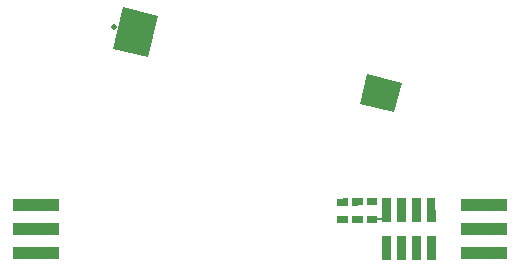
<source format=gbs>
G04 #@! TF.FileFunction,Soldermask,Bot*
%FSLAX46Y46*%
G04 Gerber Fmt 4.6, Leading zero omitted, Abs format (unit mm)*
G04 Created by KiCad (PCBNEW 4.0.0-rc2-stable) date 3/3/2016 3:46:29 PM*
%MOMM*%
G01*
G04 APERTURE LIST*
%ADD10C,0.150000*%
%ADD11R,4.000000X1.000000*%
%ADD12C,0.600000*%
%ADD13C,0.500000*%
G04 APERTURE END LIST*
D10*
D11*
X86986290Y-50192200D03*
X86986290Y-48192200D03*
X86986290Y-46192200D03*
D12*
X85986290Y-50192200D03*
X85986290Y-48192200D03*
X85986290Y-46192200D03*
D11*
X49020840Y-46192200D03*
X49020840Y-48192200D03*
X49020840Y-50192200D03*
D12*
X50020840Y-46192200D03*
X50020840Y-48192200D03*
X50020840Y-50192200D03*
D10*
G36*
X79355296Y-38320276D02*
X76444009Y-37596115D01*
X77071616Y-35073000D01*
X79982903Y-35797161D01*
X79355296Y-38320276D01*
X79355296Y-38320276D01*
G37*
G36*
X58467424Y-33639808D02*
X55556137Y-32915646D01*
X56425130Y-29422102D01*
X59336417Y-30146264D01*
X58467424Y-33639808D01*
X58467424Y-33639808D01*
G37*
D13*
X55602462Y-31072320D03*
D10*
G36*
X78300495Y-50788689D02*
X78292904Y-48788704D01*
X79052899Y-48785819D01*
X79060490Y-50785804D01*
X78300495Y-50788689D01*
X78300495Y-50788689D01*
G37*
G36*
X79570485Y-50783869D02*
X79562894Y-48783884D01*
X80322889Y-48780999D01*
X80330480Y-50780984D01*
X79570485Y-50783869D01*
X79570485Y-50783869D01*
G37*
G36*
X80840476Y-50779048D02*
X80832885Y-48779063D01*
X81592880Y-48776178D01*
X81600471Y-50776163D01*
X80840476Y-50779048D01*
X80840476Y-50779048D01*
G37*
G36*
X82110467Y-50774228D02*
X82102876Y-48774243D01*
X82862871Y-48771358D01*
X82870462Y-50771343D01*
X82110467Y-50774228D01*
X82110467Y-50774228D01*
G37*
G36*
X78288349Y-47588712D02*
X78280758Y-45588727D01*
X79040753Y-45585842D01*
X79048344Y-47585827D01*
X78288349Y-47588712D01*
X78288349Y-47588712D01*
G37*
G36*
X79558340Y-47583892D02*
X79550749Y-45583907D01*
X80310744Y-45581022D01*
X80318335Y-47581007D01*
X79558340Y-47583892D01*
X79558340Y-47583892D01*
G37*
G36*
X80828331Y-47579071D02*
X80820740Y-45579086D01*
X81580735Y-45576201D01*
X81588326Y-47576186D01*
X80828331Y-47579071D01*
X80828331Y-47579071D01*
G37*
G36*
X82108321Y-47574213D02*
X82100730Y-45574228D01*
X82840725Y-45571419D01*
X82848316Y-47571404D01*
X82108321Y-47574213D01*
X82108321Y-47574213D01*
G37*
G36*
X77018045Y-46193524D02*
X77015768Y-45593528D01*
X77915761Y-45590112D01*
X77918038Y-46190108D01*
X77018045Y-46193524D01*
X77018045Y-46193524D01*
G37*
G36*
X77023738Y-47693513D02*
X77021461Y-47093517D01*
X77921454Y-47090101D01*
X77923731Y-47690097D01*
X77023738Y-47693513D01*
X77023738Y-47693513D01*
G37*
G36*
X75773747Y-47698257D02*
X75771470Y-47098261D01*
X76671463Y-47094845D01*
X76673740Y-47694841D01*
X75773747Y-47698257D01*
X75773747Y-47698257D01*
G37*
G36*
X75768054Y-46198268D02*
X75765777Y-45598272D01*
X76665770Y-45594856D01*
X76668047Y-46194852D01*
X75768054Y-46198268D01*
X75768054Y-46198268D01*
G37*
G36*
X74518063Y-46203013D02*
X74515786Y-45603017D01*
X75415779Y-45599601D01*
X75418056Y-46199597D01*
X74518063Y-46203013D01*
X74518063Y-46203013D01*
G37*
G36*
X74523756Y-47703002D02*
X74521479Y-47103006D01*
X75421472Y-47099590D01*
X75423749Y-47699586D01*
X74523756Y-47703002D01*
X74523756Y-47703002D01*
G37*
G36*
X77672784Y-47441047D02*
X77672025Y-47241049D01*
X78572018Y-47237633D01*
X78572777Y-47437631D01*
X77672784Y-47441047D01*
X77672784Y-47441047D01*
G37*
M02*

</source>
